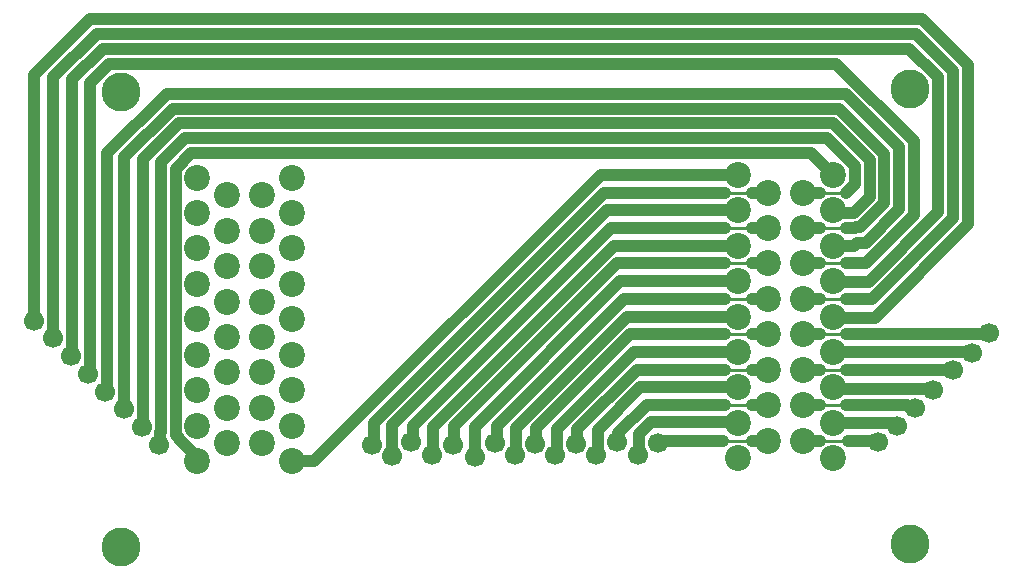
<source format=gbl>
G04*
G04 #@! TF.GenerationSoftware,Altium Limited,Altium Designer,22.5.1 (42)*
G04*
G04 Layer_Physical_Order=2*
G04 Layer_Color=16711680*
%FSLAX25Y25*%
%MOIN*%
G70*
G04*
G04 #@! TF.SameCoordinates,C106D3DF-9627-4863-B2E5-E2E0062BA835*
G04*
G04*
G04 #@! TF.FilePolarity,Positive*
G04*
G01*
G75*
%ADD15C,0.01140*%
%ADD16C,0.03937*%
%ADD17C,0.12992*%
%ADD18C,0.08661*%
%ADD19C,0.06693*%
D15*
X266661Y50065D02*
X270103D01*
X266661Y61876D02*
X275495D01*
X266661Y73687D02*
X275495D01*
X266661Y85493D02*
X273913D01*
X266661Y97309D02*
X273295D01*
X266661Y109120D02*
X272512D01*
X266661Y120931D02*
X272351D01*
X266661Y132742D02*
X275495D01*
X234366Y50065D02*
X243999D01*
X235160Y61880D02*
X243999D01*
X235165Y73687D02*
X243999D01*
X235165Y85498D02*
X243999D01*
X235165Y97309D02*
X243999D01*
X235170Y109115D02*
X243999D01*
X235165Y120931D02*
X243999D01*
X235165Y132742D02*
X243999D01*
X275495Y132742D02*
X275495Y132742D01*
X270103Y50065D02*
X276092D01*
X273295Y97309D02*
X275495D01*
X275495Y61876D02*
X275495Y61876D01*
X273295Y97309D02*
X273295Y97309D01*
X273913Y85493D02*
X273972Y85552D01*
X234339Y50092D02*
X234366Y50065D01*
X234948Y62092D02*
X235160Y61880D01*
X272512Y109120D02*
X275495D01*
X272351Y120931D02*
X272351Y120931D01*
X272512Y109120D02*
X272512Y109120D01*
X273972Y85552D02*
X275441D01*
X235165Y73687D02*
X235165Y73687D01*
X235165Y109120D02*
X235170Y109115D01*
X272351Y120931D02*
X275495D01*
X270103Y50065D02*
X270103Y50065D01*
D16*
X261236D02*
X266661D01*
X261236Y50065D02*
X261236Y50065D01*
Y61876D02*
X266661D01*
X261236Y61876D02*
X261236Y61876D01*
X261236Y73687D02*
X266661D01*
X261236Y73687D02*
X261236Y73687D01*
X261236Y85498D02*
X261236Y85498D01*
X266661D01*
X261236Y97309D02*
X266661D01*
X261236Y97309D02*
X261236Y97309D01*
X261236Y109120D02*
X261236Y109120D01*
X266661D01*
X261236Y120931D02*
X266661D01*
X261236Y120931D02*
X261236Y120931D01*
X261236Y132742D02*
X261236Y132742D01*
X266661D01*
X249425Y50065D02*
X249425Y50065D01*
X243999Y50065D02*
X249425D01*
Y61876D02*
X249425Y61876D01*
X243999Y61876D02*
X249425D01*
X243999Y73687D02*
X249425D01*
X249425Y73687D01*
X249425Y85498D02*
X249425Y85498D01*
X243999Y85498D02*
X249425D01*
X249425Y97309D02*
X249425Y97309D01*
X243999Y97309D02*
X249425D01*
X249425Y109120D02*
X249425Y109120D01*
X243999Y109120D02*
X249425D01*
X243999Y120931D02*
X249425D01*
X249425Y120931D01*
X249425Y132742D02*
X249425Y132742D01*
X243999Y132742D02*
X249425D01*
X276092Y50065D02*
X285669D01*
X286078Y49655D01*
X271078Y55970D02*
X290756D01*
X291647Y55078D01*
X295647Y61876D02*
X295917Y61606D01*
X275495Y61876D02*
X295647D01*
X297866Y61606D02*
X298393Y61078D01*
X295917Y61606D02*
X297866D01*
X291647Y55078D02*
X292393D01*
X304042Y67430D02*
X304393Y67078D01*
X271430Y67430D02*
X304042D01*
X271078Y67781D02*
X271430Y67430D01*
X310841Y73687D02*
X311078Y73449D01*
X275495Y73687D02*
X310841D01*
X271250Y79764D02*
X316874D01*
X317401Y79237D01*
X275441Y85552D02*
X322662D01*
X323189Y86078D01*
X4904Y90078D02*
Y171875D01*
X11219Y84183D02*
Y171208D01*
X25635Y185624D01*
X17534Y78804D02*
Y170541D01*
X17007Y78277D02*
X17534Y78804D01*
X23322Y72899D02*
Y169346D01*
X22794Y72372D02*
X23322Y72899D01*
X4904Y171875D02*
X23590Y190561D01*
X17534Y170541D02*
X27680Y180687D01*
X23322Y169346D02*
X29725Y175750D01*
X29109Y145866D02*
X48938Y165694D01*
X29109Y66742D02*
Y145866D01*
X34897Y60462D02*
Y144671D01*
X50983Y160758D01*
X28582Y66215D02*
X29109Y66742D01*
X48938Y165694D02*
X275300D01*
X41212Y55182D02*
Y144004D01*
X53028Y155821D01*
X40685Y54655D02*
X41212Y55182D01*
X46896Y49277D02*
Y52930D01*
X46369Y48750D02*
X46896Y49277D01*
Y52930D02*
X46999Y53033D01*
Y142810D01*
X51937Y52041D02*
X53084Y50894D01*
X59236Y43254D02*
Y44532D01*
X53084Y50684D02*
Y50894D01*
Y50684D02*
X59236Y44532D01*
X51937Y52041D02*
Y140765D01*
X23590Y190561D02*
X300647D01*
X316007Y175201D01*
Y122129D02*
Y175201D01*
X284970Y91092D02*
X316007Y122129D01*
X283006Y103092D02*
X306133Y126219D01*
X275495Y97309D02*
X284205D01*
X271200Y103092D02*
X283006D01*
X284205Y97309D02*
X311070Y124174D01*
Y173156D01*
X296558Y180687D02*
X306133Y171111D01*
X298603Y185624D02*
X311070Y173156D01*
X25635Y185624D02*
X298603D01*
X306133Y126219D02*
Y171111D01*
X27680Y180687D02*
X296558D01*
X51937Y140765D02*
X57118Y145947D01*
X269165Y150883D02*
X278377Y141671D01*
X271210Y155821D02*
X283314Y143716D01*
X275495Y109120D02*
X282052D01*
X272226Y175750D02*
X298126Y149851D01*
X46999Y142810D02*
X55073Y150883D01*
X275300Y165694D02*
X293189Y147806D01*
X273255Y160758D02*
X288251Y145761D01*
X57118Y145947D02*
X263779D01*
X55073Y150883D02*
X269165D01*
X53028Y155821D02*
X271210D01*
X50983Y160758D02*
X273255D01*
X29725Y175750D02*
X272226D01*
X275495Y109120D02*
X275495Y109120D01*
X282052D02*
X298126Y125194D01*
Y149851D01*
X293189Y127238D02*
Y147806D01*
X281944Y115994D02*
X293189Y127238D01*
X278980Y115994D02*
X281944D01*
X278078Y115092D02*
X278980Y115994D01*
X278618Y121155D02*
X280123D01*
X288251Y129283D02*
Y145761D01*
X271822Y126092D02*
X278078D01*
X283314Y131328D02*
Y143716D01*
X280123Y121155D02*
X288251Y129283D01*
X278078Y126092D02*
X283314Y131328D01*
X271078Y126836D02*
X271822Y126092D01*
X278393Y120931D02*
X278618Y121155D01*
X278377Y135624D02*
Y141671D01*
X275495Y132742D02*
X278377Y135624D01*
X263779Y145947D02*
X271078Y138647D01*
X205691Y73687D02*
X235165D01*
X158453Y49148D02*
X158980Y49675D01*
X275495Y120931D02*
X278393D01*
X194836Y132742D02*
X235165D01*
X178523Y45237D02*
X179050Y45764D01*
X131058Y50054D02*
Y55000D01*
X199597Y50167D02*
Y52610D01*
X199142Y109120D02*
X235165D01*
X206458Y52403D02*
X210462Y56407D01*
X271145Y115092D02*
X278078D01*
X271078Y91403D02*
X271389Y91092D01*
X118017Y49277D02*
Y55923D01*
X210462Y56407D02*
X239145D01*
X144858Y54836D02*
X199142Y109120D01*
X90732Y43254D02*
X98240D01*
X198065Y115025D02*
X239582D01*
X172231Y49437D02*
Y54190D01*
X124216Y55140D02*
X195912Y126836D01*
X185365Y49031D02*
X185893Y49558D01*
X151615Y44567D02*
Y54611D01*
X185893Y53889D02*
X205691Y73687D01*
X215394Y50092D02*
X234339D01*
X206767Y67781D02*
X239582D01*
X239145Y56407D02*
X239582Y55970D01*
X179050Y45764D02*
Y54028D01*
X144331Y48600D02*
X144858Y49127D01*
X192754Y45764D02*
Y53768D01*
X130531Y49527D02*
X131058Y50054D01*
X201295Y97309D02*
X235165D01*
X192227Y45237D02*
X192754Y45764D01*
X271078Y103214D02*
X271200Y103092D01*
X118017Y55923D02*
X194836Y132742D01*
X209078Y62092D02*
X234948D01*
X199069Y49640D02*
X199597Y50167D01*
X137619Y54579D02*
X198065Y115025D01*
X171703Y48910D02*
X172231Y49437D01*
X151615Y54611D02*
X200218Y103214D01*
X193633Y138647D02*
X239582D01*
X271078Y115025D02*
X271145Y115092D01*
X144858Y49127D02*
Y54836D01*
X204614Y79592D02*
X239582D01*
X271389Y91092D02*
X284970D01*
X137619Y45445D02*
Y54579D01*
X192754Y53768D02*
X206767Y67781D01*
X213300Y49947D02*
X215249D01*
X202461Y91403D02*
X239582D01*
X215249Y49947D02*
X215394Y50092D01*
X165008Y45121D02*
X165347Y45460D01*
X185893Y49558D02*
Y53889D01*
X137411Y45237D02*
X137619Y45445D01*
X131058Y55000D02*
X196989Y120931D01*
X117490Y48750D02*
X118017Y49277D01*
X195912Y126836D02*
X239582D01*
X205931Y45237D02*
X206458Y45764D01*
X158980Y54994D02*
X201295Y97309D01*
X199597Y52610D02*
X209078Y62092D01*
X206458Y45764D02*
Y52403D01*
X158980Y49675D02*
Y54994D01*
X98240Y43254D02*
X193633Y138647D01*
X196989Y120931D02*
X235165D01*
X179050Y54028D02*
X204614Y79592D01*
X124216Y45016D02*
Y55140D01*
X165347Y54288D02*
X202461Y91403D01*
X200218Y103214D02*
X239582D01*
X172231Y54190D02*
X203538Y85498D01*
X212773Y49420D02*
X213300Y49947D01*
X203538Y85498D02*
X235165D01*
X165347Y45460D02*
Y54288D01*
D17*
X33645Y14710D02*
D03*
Y166285D02*
D03*
X296669Y167191D02*
D03*
Y15616D02*
D03*
D18*
X59236Y137742D02*
D03*
Y125931D02*
D03*
Y114120D02*
D03*
Y102309D02*
D03*
Y90498D02*
D03*
Y78687D02*
D03*
Y66876D02*
D03*
Y55065D02*
D03*
Y43254D02*
D03*
X69078Y131836D02*
D03*
Y120025D02*
D03*
Y108214D02*
D03*
Y96403D02*
D03*
Y84592D02*
D03*
Y72781D02*
D03*
Y60970D02*
D03*
Y49159D02*
D03*
X80889Y131836D02*
D03*
Y120025D02*
D03*
Y108214D02*
D03*
Y96403D02*
D03*
Y84592D02*
D03*
Y72781D02*
D03*
Y60970D02*
D03*
Y49159D02*
D03*
X90732Y137742D02*
D03*
Y125931D02*
D03*
Y114120D02*
D03*
Y102309D02*
D03*
Y90498D02*
D03*
Y78687D02*
D03*
Y66876D02*
D03*
Y55065D02*
D03*
Y43254D02*
D03*
X271078Y44159D02*
D03*
Y55970D02*
D03*
Y67781D02*
D03*
Y79592D02*
D03*
Y91403D02*
D03*
Y103214D02*
D03*
Y115025D02*
D03*
Y126836D02*
D03*
Y138647D02*
D03*
X261236Y50065D02*
D03*
Y61876D02*
D03*
Y73687D02*
D03*
Y85498D02*
D03*
Y97309D02*
D03*
Y109120D02*
D03*
Y120931D02*
D03*
Y132742D02*
D03*
X249425Y50065D02*
D03*
Y61876D02*
D03*
Y73687D02*
D03*
Y85498D02*
D03*
Y97309D02*
D03*
Y109120D02*
D03*
Y120931D02*
D03*
Y132742D02*
D03*
X239582Y44159D02*
D03*
Y55970D02*
D03*
Y67781D02*
D03*
Y79592D02*
D03*
Y91403D02*
D03*
Y103214D02*
D03*
Y115025D02*
D03*
Y126836D02*
D03*
Y138647D02*
D03*
D19*
X286078Y49655D02*
D03*
X292393Y55078D02*
D03*
X298393Y61078D02*
D03*
X304393Y67078D02*
D03*
X311078Y73449D02*
D03*
X317401Y79237D02*
D03*
X323189Y86078D02*
D03*
X4904Y90078D02*
D03*
X11219Y84183D02*
D03*
X17007Y78277D02*
D03*
X22794Y72372D02*
D03*
X28582Y66215D02*
D03*
X34897Y60462D02*
D03*
X40685Y54655D02*
D03*
X46369Y48750D02*
D03*
X199069Y49640D02*
D03*
X171703Y48910D02*
D03*
X151615Y44567D02*
D03*
X192227Y45237D02*
D03*
X165008Y45121D02*
D03*
X205931Y45237D02*
D03*
X124216Y45016D02*
D03*
X212773Y49420D02*
D03*
X117490Y48750D02*
D03*
X137411Y45237D02*
D03*
X178523D02*
D03*
X144331Y48600D02*
D03*
X185365Y49031D02*
D03*
X158453Y49148D02*
D03*
X130531Y49527D02*
D03*
M02*

</source>
